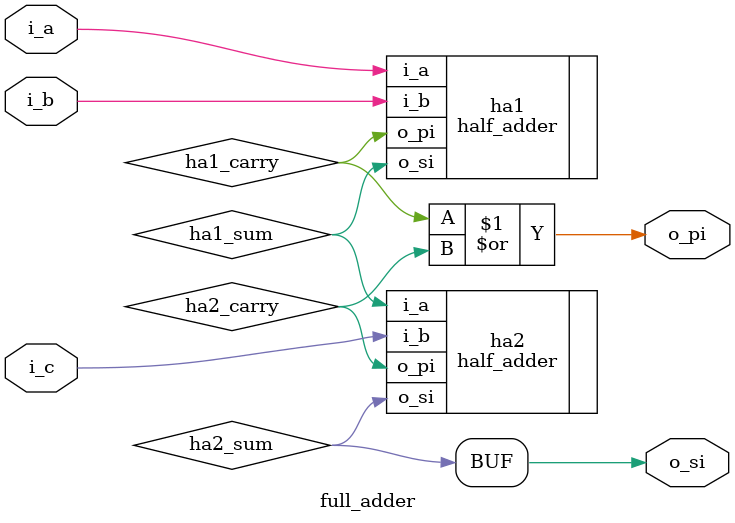
<source format=v>
`timescale 1ns / 1ps
module full_adder(
i_a,
i_b,
i_c,
o_si,
o_pi
);

input i_a, i_b, i_c;

output o_si, o_pi;

wire ha1_sum;
wire ha2_sum;
wire ha1_carry;
wire ha2_carry;


half_adder ha1(
.i_a(i_a),
.i_b(i_b),
.o_si(ha1_sum),
.o_pi(ha1_carry)
);


half_adder ha2(
.i_a(ha1_sum),
.i_b(i_c),
.o_si(ha2_sum),
.o_pi(ha2_carry)
);

assign o_si = ha2_sum;

assign o_pi = ha1_carry | ha2_carry;

endmodule

</source>
